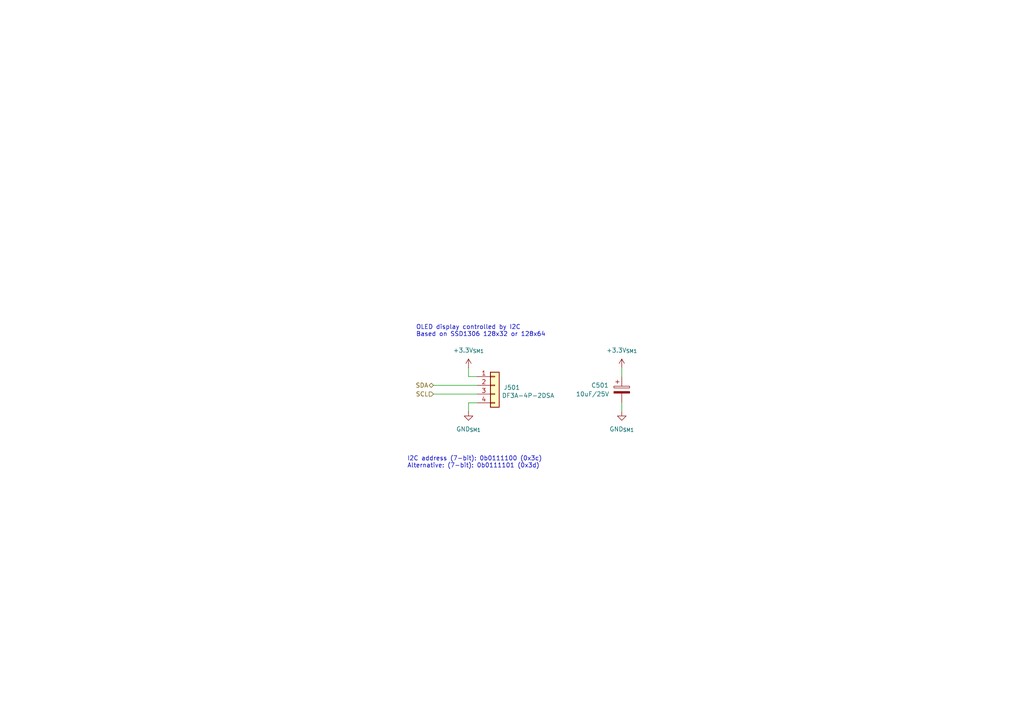
<source format=kicad_sch>
(kicad_sch (version 20231120) (generator "eeschema") (generator_version "8.0")
  (paper "A4")
  (title_block (title "Sensor multi-board") (date "2024-06-17") (rev "${VERSION}") (company "TrendBit s.r.o.") (comment 1 "Designed by: Petr Malaník"))
  (lib_symbols
    (symbol "Connector_Generic:Conn_01x04" (pin_names (offset 1.016) hide)
      (property "Reference" "J" (at 0 5.08 0))
      (property "Value" "Conn_01x04" (at 0 -7.62 0))
      (symbol "Conn_01x04_1_1"
        (rectangle (start -1.27 -4.953) (end 0 -5.207) (stroke (width 0.1524)))
        (rectangle (start -1.27 -2.413) (end 0 -2.667) (stroke (width 0.1524)))
        (rectangle (start -1.27 0.127) (end 0 -0.127) (stroke (width 0.1524)))
        (rectangle (start -1.27 2.667) (end 0 2.413) (stroke (width 0.1524)))
        (rectangle (start -1.27 3.81) (end 1.27 -6.35) (stroke (width 0.254)) (fill (type background)))
        (pin passive line (at -5.08 2.54 0) (length 3.81) (name "Pin_1") (number "1"))
        (pin passive line (at -5.08 0 0) (length 3.81) (name "Pin_2") (number "2"))
        (pin passive line (at -5.08 -2.54 0) (length 3.81) (name "Pin_3") (number "3"))
        (pin passive line (at -5.08 -5.08 0) (length 3.81) (name "Pin_4") (number "4"))
      )
    )
    (symbol "Device:C_Polarized" (pin_numbers hide) (pin_names (offset 0.254))
      (property "Reference" "C" (at 0.635 2.54 0))
      (property "Value" "C_Polarized" (at 0.635 -2.54 0))
      (symbol "C_Polarized_0_1"
        (rectangle (start -2.286 0.508) (end 2.286 1.016))
        (polyline (pts (xy -1.778 2.286) (xy -0.762 2.286)))
        (polyline (pts (xy -1.27 2.794) (xy -1.27 1.778)))
        (rectangle (start 2.286 -0.508) (end -2.286 -1.016) (fill (type outline)))
      )
      (symbol "C_Polarized_1_1"
        (pin passive line (at 0 3.81 270) (length 2.794) (name "~") (number "1"))
        (pin passive line (at 0 -3.81 90) (length 2.794) (name "~") (number "2"))
      )
    )
    (symbol "power:+3.3V" (power) (pin_numbers hide) (pin_names (offset 0) hide)
      (property "Value" "+3.3V" (at 0 3.556 0))
      (symbol "+3.3V_0_1"
        (polyline (pts (xy -0.762 1.27) (xy 0 2.54)))
        (polyline (pts (xy 0 0) (xy 0 2.54)))
        (polyline (pts (xy 0 2.54) (xy 0.762 1.27)))
      )
      (symbol "+3.3V_1_1"
        (pin power_in line (at 0 0 90) (length 0) (name "~") (number "1"))
      )
    )
    (symbol "power:GND" (power) (pin_numbers hide) (pin_names (offset 0) hide)
      (property "Value" "GND" (at 0 -3.81 0))
      (symbol "GND_0_1"
        (polyline (pts (xy 0 0) (xy 0 -1.27) (xy 1.27 -1.27) (xy 0 -2.54) (xy -1.27 -1.27) (xy 0 -1.27)))
      )
      (symbol "GND_1_1"
        (pin power_in line (at 0 0 270) (length 0) (name "~") (number "1"))
      )
    )
  )
  (wire (pts (xy 135.89 106.68) (xy 135.89 109.22)))
  (wire (pts (xy 125.73 114.3) (xy 138.43 114.3)))
  (wire (pts (xy 180.34 106.68) (xy 180.34 109.22)))
  (wire (pts (xy 138.43 109.22) (xy 135.89 109.22)))
  (wire (pts (xy 135.89 119.38) (xy 135.89 116.84)))
  (wire (pts (xy 180.34 116.84) (xy 180.34 119.38)))
  (wire (pts (xy 135.89 116.84) (xy 138.43 116.84)))
  (wire (pts (xy 125.73 111.76) (xy 138.43 111.76)))
  (text "I2C address (7-bit): 0b0111100 (0x3c)\nAlternative: (7-bit): 0b0111101 (0x3d)" (at 118.11 135.89 0) (effects (font (size 1.27 1.27)) (justify left bottom)))
  (text "OLED display controlled by I2C\nBased on SSD1306 128x32 or 128x64" (at 120.65 97.79 0) (effects (font (size 1.27 1.27)) (justify left bottom)))
  (hierarchical_label "SDA" (shape tri_state) (at 125.73 111.76 180))
  (hierarchical_label "SCL" (shape input) (at 125.73 114.3 180))
  (symbol (lib_id "power:GND") (at 180.34 119.38 0) (unit 1)
    (property "Reference" "#PWR0504" (effects (hide yes)))
    (property "Value" "GND_{SM1}" (at 180.34 124.46 0))
    (property "Description" "Power symbol creates a global label with name \"GND\" , ground" (effects (hide yes)))
  )
  (symbol (lib_id "power:GND") (at 135.89 119.38 0) (unit 1)
    (property "Reference" "#PWR0502" (effects (hide yes)))
    (property "Value" "GND_{SM1}" (at 135.89 124.46 0))
    (property "Description" "Power symbol creates a global label with name \"GND\" , ground" (effects (hide yes)))
  )
  (symbol (lib_id "power:+3.3V") (at 135.89 106.68 0) (unit 1)
    (property "Reference" "#PWR0501" (effects (hide yes)))
    (property "Value" "+3.3V_{SM1}" (at 135.89 101.6 0))
    (property "Description" "Power symbol creates a global label with name \"+3.3V\"" (effects (hide yes)))
  )
  (symbol (lib_id "Device:C_Polarized") (at 180.34 113.03 0) (unit 1)
    (property "Reference" "C501" (at 171.45 111.76 0) (effects (justify left)))
    (property "Value" "10uF/25V" (at 167.005 114.3 0) (effects (justify left)))
    (property "Footprint" "Capacitor_SMD:CP_Elec_4x5.4" (effects (hide yes)))
    (property "LCSC" "C86602" (effects (hide yes)))
    (property "MPN" "RVT1V100M0405" (effects (hide yes)))
  )
  (symbol (lib_id "power:+3.3V") (at 180.34 106.68 0) (unit 1)
    (property "Reference" "#PWR0503" (effects (hide yes)))
    (property "Value" "+3.3V_{SM1}" (at 180.34 101.6 0))
    (property "Description" "Power symbol creates a global label with name \"+3.3V\"" (effects (hide yes)))
  )
  (symbol (lib_id "Connector_Generic:Conn_01x04") (at 143.51 111.76 0) (unit 1)
    (property "Reference" "J501" (at 146.05 112.395 0) (effects (justify left)))
    (property "Value" "DF3A-4P-2DSA" (at 145.542 114.7322 0) (effects (justify left)))
    (property "Footprint" "TCY_connectors:Hirose_DF3A-04P-2DSA_1x04_P2.00mm_Vertical" (effects (hide yes)))
    (property "LCSC" "C194925" (effects (hide yes)))
    (property "MPN" "DF3A-4P-2DSA" (effects (hide yes)))
  )
)
</source>
